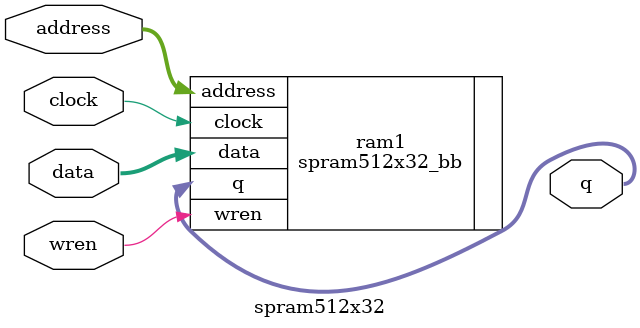
<source format=v>
module spram512x32 (
	address,
	clock,
	data,
	wren,
	q);

	input [8:0] address;
	input  clock;
	input [31:0] data;
	input  wren;
	output [31:0] q;


	spram512x32_bb ram1 (
		.address(address),
		.clock(clock),
		.data(data),
		.wren(wren),
		.q(q));



endmodule

</source>
